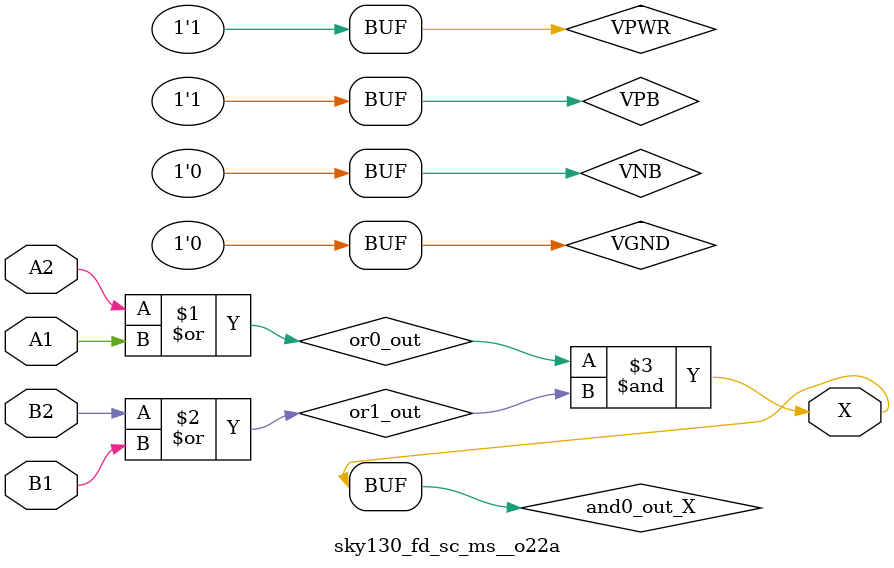
<source format=v>
/*
 * Copyright 2020 The SkyWater PDK Authors
 *
 * Licensed under the Apache License, Version 2.0 (the "License");
 * you may not use this file except in compliance with the License.
 * You may obtain a copy of the License at
 *
 *     https://www.apache.org/licenses/LICENSE-2.0
 *
 * Unless required by applicable law or agreed to in writing, software
 * distributed under the License is distributed on an "AS IS" BASIS,
 * WITHOUT WARRANTIES OR CONDITIONS OF ANY KIND, either express or implied.
 * See the License for the specific language governing permissions and
 * limitations under the License.
 *
 * SPDX-License-Identifier: Apache-2.0
*/


`ifndef SKY130_FD_SC_MS__O22A_BEHAVIORAL_V
`define SKY130_FD_SC_MS__O22A_BEHAVIORAL_V

/**
 * o22a: 2-input OR into both inputs of 2-input AND.
 *
 *       X = ((A1 | A2) & (B1 | B2))
 *
 * Verilog simulation functional model.
 */

`timescale 1ns / 1ps
`default_nettype none

`celldefine
module sky130_fd_sc_ms__o22a (
    X ,
    A1,
    A2,
    B1,
    B2
);

    // Module ports
    output X ;
    input  A1;
    input  A2;
    input  B1;
    input  B2;

    // Module supplies
    supply1 VPWR;
    supply0 VGND;
    supply1 VPB ;
    supply0 VNB ;

    // Local signals
    wire or0_out   ;
    wire or1_out   ;
    wire and0_out_X;

    //  Name  Output      Other arguments
    or  or0  (or0_out   , A2, A1          );
    or  or1  (or1_out   , B2, B1          );
    and and0 (and0_out_X, or0_out, or1_out);
    buf buf0 (X         , and0_out_X      );

endmodule
`endcelldefine

`default_nettype wire
`endif  // SKY130_FD_SC_MS__O22A_BEHAVIORAL_V
</source>
